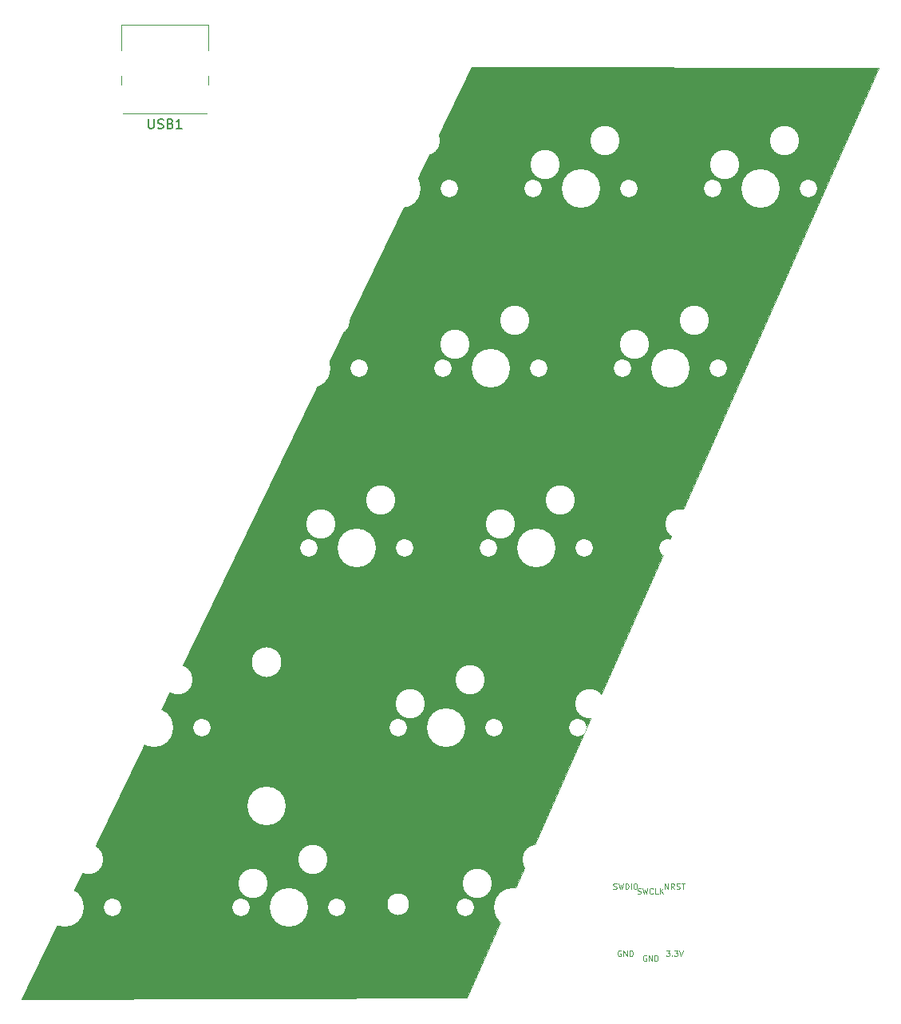
<source format=gbr>
%TF.GenerationSoftware,KiCad,Pcbnew,(5.1.4)-1*%
%TF.CreationDate,2020-06-18T19:46:46-04:00*%
%TF.ProjectId,sixtyfive,73697874-7966-4697-9665-2e6b69636164,rev?*%
%TF.SameCoordinates,Original*%
%TF.FileFunction,Legend,Top*%
%TF.FilePolarity,Positive*%
%FSLAX46Y46*%
G04 Gerber Fmt 4.6, Leading zero omitted, Abs format (unit mm)*
G04 Created by KiCad (PCBNEW (5.1.4)-1) date 2020-06-18 19:46:46*
%MOMM*%
%LPD*%
G04 APERTURE LIST*
%ADD10C,0.100000*%
%ADD11C,0.110000*%
%ADD12C,0.120000*%
%ADD13C,0.150000*%
%ADD14C,0.010000*%
%ADD15C,2.082800*%
%ADD16C,3.100000*%
%ADD17C,4.087800*%
%ADD18C,1.850000*%
%ADD19C,3.148000*%
%ADD20C,2.300000*%
%ADD21O,1.000000X1.800000*%
%ADD22O,1.000000X2.500000*%
%ADD23C,0.800000*%
%ADD24R,1.800000X1.800000*%
%ADD25O,1.800000X1.800000*%
G04 APERTURE END LIST*
D10*
G36*
X365379000Y-238125000D02*
G01*
X321691000Y-336677000D01*
X274447000Y-336804000D01*
X322199000Y-237998000D01*
X365379000Y-238125000D01*
G37*
X365379000Y-238125000D02*
X321691000Y-336677000D01*
X274447000Y-336804000D01*
X322199000Y-237998000D01*
X365379000Y-238125000D01*
D11*
X340664857Y-332186000D02*
X340607714Y-332157428D01*
X340522000Y-332157428D01*
X340436285Y-332186000D01*
X340379142Y-332243142D01*
X340350571Y-332300285D01*
X340322000Y-332414571D01*
X340322000Y-332500285D01*
X340350571Y-332614571D01*
X340379142Y-332671714D01*
X340436285Y-332728857D01*
X340522000Y-332757428D01*
X340579142Y-332757428D01*
X340664857Y-332728857D01*
X340693428Y-332700285D01*
X340693428Y-332500285D01*
X340579142Y-332500285D01*
X340950571Y-332757428D02*
X340950571Y-332157428D01*
X341293428Y-332757428D01*
X341293428Y-332157428D01*
X341579142Y-332757428D02*
X341579142Y-332157428D01*
X341722000Y-332157428D01*
X341807714Y-332186000D01*
X341864857Y-332243142D01*
X341893428Y-332300285D01*
X341922000Y-332414571D01*
X341922000Y-332500285D01*
X341893428Y-332614571D01*
X341864857Y-332671714D01*
X341807714Y-332728857D01*
X341722000Y-332757428D01*
X341579142Y-332757428D01*
X342776285Y-331649428D02*
X343147714Y-331649428D01*
X342947714Y-331878000D01*
X343033428Y-331878000D01*
X343090571Y-331906571D01*
X343119142Y-331935142D01*
X343147714Y-331992285D01*
X343147714Y-332135142D01*
X343119142Y-332192285D01*
X343090571Y-332220857D01*
X343033428Y-332249428D01*
X342862000Y-332249428D01*
X342804857Y-332220857D01*
X342776285Y-332192285D01*
X343404857Y-332192285D02*
X343433428Y-332220857D01*
X343404857Y-332249428D01*
X343376285Y-332220857D01*
X343404857Y-332192285D01*
X343404857Y-332249428D01*
X343633428Y-331649428D02*
X344004857Y-331649428D01*
X343804857Y-331878000D01*
X343890571Y-331878000D01*
X343947714Y-331906571D01*
X343976285Y-331935142D01*
X344004857Y-331992285D01*
X344004857Y-332135142D01*
X343976285Y-332192285D01*
X343947714Y-332220857D01*
X343890571Y-332249428D01*
X343719142Y-332249428D01*
X343662000Y-332220857D01*
X343633428Y-332192285D01*
X344176285Y-331649428D02*
X344376285Y-332249428D01*
X344576285Y-331649428D01*
X342676285Y-325137428D02*
X342676285Y-324537428D01*
X343019142Y-325137428D01*
X343019142Y-324537428D01*
X343647714Y-325137428D02*
X343447714Y-324851714D01*
X343304857Y-325137428D02*
X343304857Y-324537428D01*
X343533428Y-324537428D01*
X343590571Y-324566000D01*
X343619142Y-324594571D01*
X343647714Y-324651714D01*
X343647714Y-324737428D01*
X343619142Y-324794571D01*
X343590571Y-324823142D01*
X343533428Y-324851714D01*
X343304857Y-324851714D01*
X343876285Y-325108857D02*
X343962000Y-325137428D01*
X344104857Y-325137428D01*
X344162000Y-325108857D01*
X344190571Y-325080285D01*
X344219142Y-325023142D01*
X344219142Y-324966000D01*
X344190571Y-324908857D01*
X344162000Y-324880285D01*
X344104857Y-324851714D01*
X343990571Y-324823142D01*
X343933428Y-324794571D01*
X343904857Y-324766000D01*
X343876285Y-324708857D01*
X343876285Y-324651714D01*
X343904857Y-324594571D01*
X343933428Y-324566000D01*
X343990571Y-324537428D01*
X344133428Y-324537428D01*
X344219142Y-324566000D01*
X344390571Y-324537428D02*
X344733428Y-324537428D01*
X344562000Y-325137428D02*
X344562000Y-324537428D01*
X339764857Y-325616857D02*
X339850571Y-325645428D01*
X339993428Y-325645428D01*
X340050571Y-325616857D01*
X340079142Y-325588285D01*
X340107714Y-325531142D01*
X340107714Y-325474000D01*
X340079142Y-325416857D01*
X340050571Y-325388285D01*
X339993428Y-325359714D01*
X339879142Y-325331142D01*
X339822000Y-325302571D01*
X339793428Y-325274000D01*
X339764857Y-325216857D01*
X339764857Y-325159714D01*
X339793428Y-325102571D01*
X339822000Y-325074000D01*
X339879142Y-325045428D01*
X340022000Y-325045428D01*
X340107714Y-325074000D01*
X340307714Y-325045428D02*
X340450571Y-325645428D01*
X340564857Y-325216857D01*
X340679142Y-325645428D01*
X340822000Y-325045428D01*
X341393428Y-325588285D02*
X341364857Y-325616857D01*
X341279142Y-325645428D01*
X341222000Y-325645428D01*
X341136285Y-325616857D01*
X341079142Y-325559714D01*
X341050571Y-325502571D01*
X341022000Y-325388285D01*
X341022000Y-325302571D01*
X341050571Y-325188285D01*
X341079142Y-325131142D01*
X341136285Y-325074000D01*
X341222000Y-325045428D01*
X341279142Y-325045428D01*
X341364857Y-325074000D01*
X341393428Y-325102571D01*
X341936285Y-325645428D02*
X341650571Y-325645428D01*
X341650571Y-325045428D01*
X342136285Y-325645428D02*
X342136285Y-325045428D01*
X342479142Y-325645428D02*
X342222000Y-325302571D01*
X342479142Y-325045428D02*
X342136285Y-325388285D01*
X337183571Y-325108857D02*
X337269285Y-325137428D01*
X337412142Y-325137428D01*
X337469285Y-325108857D01*
X337497857Y-325080285D01*
X337526428Y-325023142D01*
X337526428Y-324966000D01*
X337497857Y-324908857D01*
X337469285Y-324880285D01*
X337412142Y-324851714D01*
X337297857Y-324823142D01*
X337240714Y-324794571D01*
X337212142Y-324766000D01*
X337183571Y-324708857D01*
X337183571Y-324651714D01*
X337212142Y-324594571D01*
X337240714Y-324566000D01*
X337297857Y-324537428D01*
X337440714Y-324537428D01*
X337526428Y-324566000D01*
X337726428Y-324537428D02*
X337869285Y-325137428D01*
X337983571Y-324708857D01*
X338097857Y-325137428D01*
X338240714Y-324537428D01*
X338469285Y-325137428D02*
X338469285Y-324537428D01*
X338612142Y-324537428D01*
X338697857Y-324566000D01*
X338755000Y-324623142D01*
X338783571Y-324680285D01*
X338812142Y-324794571D01*
X338812142Y-324880285D01*
X338783571Y-324994571D01*
X338755000Y-325051714D01*
X338697857Y-325108857D01*
X338612142Y-325137428D01*
X338469285Y-325137428D01*
X339069285Y-325137428D02*
X339069285Y-324537428D01*
X339469285Y-324537428D02*
X339583571Y-324537428D01*
X339640714Y-324566000D01*
X339697857Y-324623142D01*
X339726428Y-324737428D01*
X339726428Y-324937428D01*
X339697857Y-325051714D01*
X339640714Y-325108857D01*
X339583571Y-325137428D01*
X339469285Y-325137428D01*
X339412142Y-325108857D01*
X339355000Y-325051714D01*
X339326428Y-324937428D01*
X339326428Y-324737428D01*
X339355000Y-324623142D01*
X339412142Y-324566000D01*
X339469285Y-324537428D01*
X337997857Y-331678000D02*
X337940714Y-331649428D01*
X337855000Y-331649428D01*
X337769285Y-331678000D01*
X337712142Y-331735142D01*
X337683571Y-331792285D01*
X337655000Y-331906571D01*
X337655000Y-331992285D01*
X337683571Y-332106571D01*
X337712142Y-332163714D01*
X337769285Y-332220857D01*
X337855000Y-332249428D01*
X337912142Y-332249428D01*
X337997857Y-332220857D01*
X338026428Y-332192285D01*
X338026428Y-331992285D01*
X337912142Y-331992285D01*
X338283571Y-332249428D02*
X338283571Y-331649428D01*
X338626428Y-332249428D01*
X338626428Y-331649428D01*
X338912142Y-332249428D02*
X338912142Y-331649428D01*
X339055000Y-331649428D01*
X339140714Y-331678000D01*
X339197857Y-331735142D01*
X339226428Y-331792285D01*
X339255000Y-331906571D01*
X339255000Y-331992285D01*
X339226428Y-332106571D01*
X339197857Y-332163714D01*
X339140714Y-332220857D01*
X339055000Y-332249428D01*
X338912142Y-332249428D01*
D12*
%TO.C,USB1*%
X294199000Y-233539000D02*
X285009000Y-233539000D01*
X294079000Y-242949000D02*
X285129000Y-242949000D01*
X285009000Y-236269000D02*
X285009000Y-233539000D01*
X294199000Y-236269000D02*
X294199000Y-233539000D01*
X285009000Y-239869000D02*
X285009000Y-238969000D01*
X294199000Y-239869000D02*
X294199000Y-238969000D01*
%TO.C,*%
D13*
%TO.C,USB1*%
X287865904Y-243521380D02*
X287865904Y-244330904D01*
X287913523Y-244426142D01*
X287961142Y-244473761D01*
X288056380Y-244521380D01*
X288246857Y-244521380D01*
X288342095Y-244473761D01*
X288389714Y-244426142D01*
X288437333Y-244330904D01*
X288437333Y-243521380D01*
X288865904Y-244473761D02*
X289008761Y-244521380D01*
X289246857Y-244521380D01*
X289342095Y-244473761D01*
X289389714Y-244426142D01*
X289437333Y-244330904D01*
X289437333Y-244235666D01*
X289389714Y-244140428D01*
X289342095Y-244092809D01*
X289246857Y-244045190D01*
X289056380Y-243997571D01*
X288961142Y-243949952D01*
X288913523Y-243902333D01*
X288865904Y-243807095D01*
X288865904Y-243711857D01*
X288913523Y-243616619D01*
X288961142Y-243569000D01*
X289056380Y-243521380D01*
X289294476Y-243521380D01*
X289437333Y-243569000D01*
X290199238Y-243997571D02*
X290342095Y-244045190D01*
X290389714Y-244092809D01*
X290437333Y-244188047D01*
X290437333Y-244330904D01*
X290389714Y-244426142D01*
X290342095Y-244473761D01*
X290246857Y-244521380D01*
X289865904Y-244521380D01*
X289865904Y-243521380D01*
X290199238Y-243521380D01*
X290294476Y-243569000D01*
X290342095Y-243616619D01*
X290389714Y-243711857D01*
X290389714Y-243807095D01*
X290342095Y-243902333D01*
X290294476Y-243949952D01*
X290199238Y-243997571D01*
X289865904Y-243997571D01*
X291389714Y-244521380D02*
X290818285Y-244521380D01*
X291104000Y-244521380D02*
X291104000Y-243521380D01*
X291008761Y-243664238D01*
X290913523Y-243759476D01*
X290818285Y-243807095D01*
%TD*%
%LPC*%
D14*
%TO.C,G\002A\002A\002A*%
G36*
X565911988Y-244601988D02*
G01*
X567519208Y-246210880D01*
X565361560Y-248369773D01*
X563203912Y-250528667D01*
X567519762Y-254847007D01*
X565932884Y-256433884D01*
X564346007Y-258020762D01*
X560027667Y-253704912D01*
X557889222Y-255842122D01*
X557394900Y-256335011D01*
X556938592Y-256787786D01*
X556534030Y-257186995D01*
X556194941Y-257519182D01*
X555935056Y-257770895D01*
X555768105Y-257928680D01*
X555708220Y-257979333D01*
X555639482Y-257921862D01*
X555467475Y-257759879D01*
X555208245Y-257509027D01*
X554877839Y-257184949D01*
X554492303Y-256803290D01*
X554079093Y-256391115D01*
X552492525Y-254802896D01*
X554651441Y-252645226D01*
X556810357Y-250487555D01*
X554651227Y-248327227D01*
X552492097Y-246166898D01*
X554080433Y-244580212D01*
X555668770Y-242993525D01*
X557826441Y-245152441D01*
X559984111Y-247311357D01*
X562144440Y-245152227D01*
X564304768Y-242993097D01*
X565911988Y-244601988D01*
X565911988Y-244601988D01*
G37*
X565911988Y-244601988D02*
X567519208Y-246210880D01*
X565361560Y-248369773D01*
X563203912Y-250528667D01*
X567519762Y-254847007D01*
X565932884Y-256433884D01*
X564346007Y-258020762D01*
X560027667Y-253704912D01*
X557889222Y-255842122D01*
X557394900Y-256335011D01*
X556938592Y-256787786D01*
X556534030Y-257186995D01*
X556194941Y-257519182D01*
X555935056Y-257770895D01*
X555768105Y-257928680D01*
X555708220Y-257979333D01*
X555639482Y-257921862D01*
X555467475Y-257759879D01*
X555208245Y-257509027D01*
X554877839Y-257184949D01*
X554492303Y-256803290D01*
X554079093Y-256391115D01*
X552492525Y-254802896D01*
X554651441Y-252645226D01*
X556810357Y-250487555D01*
X554651227Y-248327227D01*
X552492097Y-246166898D01*
X554080433Y-244580212D01*
X555668770Y-242993525D01*
X557826441Y-245152441D01*
X559984111Y-247311357D01*
X562144440Y-245152227D01*
X564304768Y-242993097D01*
X565911988Y-244601988D01*
%TD*%
D15*
%TO.C,J2*%
X338562950Y-327107550D03*
X338562950Y-329647550D03*
X341102950Y-327361550D03*
X341102950Y-329901550D03*
X343642950Y-327107550D03*
X343642950Y-329647550D03*
%TD*%
D16*
%TO.C,MX60*%
X400558000Y-322027550D03*
D17*
X398018000Y-327107550D03*
D16*
X394208000Y-324567550D03*
D18*
X392938000Y-327107550D03*
X403098000Y-327107550D03*
D19*
X448017900Y-334092550D03*
X348018100Y-334092550D03*
D17*
X448017900Y-318852550D03*
X348018100Y-318852550D03*
%TD*%
D20*
%TO.C,M2*%
X290620450Y-295484550D03*
%TD*%
%TO.C,M2*%
X557510950Y-314915550D03*
%TD*%
%TO.C,M2*%
X314369450Y-326726550D03*
%TD*%
%TO.C,M2*%
X457625450Y-326726550D03*
%TD*%
%TO.C,M2*%
X548366950Y-279482550D03*
%TD*%
%TO.C,M2*%
X516616950Y-241382550D03*
%TD*%
%TO.C,M2*%
X306431950Y-241382550D03*
%TD*%
D17*
%TO.C,MX67*%
X376631200Y-318852550D03*
X352755200Y-318852550D03*
D19*
X376631200Y-334092550D03*
X352755200Y-334092550D03*
D18*
X359613200Y-327107550D03*
X369773200Y-327107550D03*
D16*
X368503200Y-329647550D03*
D17*
X364693200Y-327107550D03*
D16*
X362153200Y-332187550D03*
%TD*%
D18*
%TO.C,MX58*%
X307860700Y-327107550D03*
X297700700Y-327107550D03*
D16*
X298970700Y-324567550D03*
D17*
X302780700Y-327107550D03*
D16*
X305320700Y-322027550D03*
%TD*%
D18*
%TO.C,MX57*%
X284048200Y-327107550D03*
X273888200Y-327107550D03*
D16*
X275158200Y-324567550D03*
D17*
X278968200Y-327107550D03*
D16*
X281508200Y-322027550D03*
%TD*%
D17*
%TO.C,MX68*%
X448068700Y-318852550D03*
X424192700Y-318852550D03*
D19*
X448068700Y-334092550D03*
X424192700Y-334092550D03*
D18*
X431050700Y-327107550D03*
X441210700Y-327107550D03*
D16*
X439940700Y-329647550D03*
D17*
X436130700Y-327107550D03*
D16*
X433590700Y-332187550D03*
%TD*%
D18*
%TO.C,MX52*%
X476929450Y-308057550D03*
X466769450Y-308057550D03*
D16*
X468039450Y-305517550D03*
D17*
X471849450Y-308057550D03*
D16*
X474389450Y-302977550D03*
%TD*%
D18*
%TO.C,MX63*%
X529316950Y-327107550D03*
X519156950Y-327107550D03*
D16*
X520426950Y-324567550D03*
D17*
X524236950Y-327107550D03*
D16*
X526776950Y-322027550D03*
%TD*%
D18*
%TO.C,MX65*%
X567416950Y-327107550D03*
X557256950Y-327107550D03*
D16*
X558526950Y-324567550D03*
D17*
X562336950Y-327107550D03*
D16*
X564876950Y-322027550D03*
%TD*%
D18*
%TO.C,MX54*%
X522173200Y-308057550D03*
X512013200Y-308057550D03*
D16*
X513283200Y-305517550D03*
D17*
X517093200Y-308057550D03*
D16*
X519633200Y-302977550D03*
%TD*%
D18*
%TO.C,MX8*%
X415016950Y-250907550D03*
X404856950Y-250907550D03*
D16*
X406126950Y-248367550D03*
D17*
X409936950Y-250907550D03*
D16*
X412476950Y-245827550D03*
%TD*%
D18*
%TO.C,MX15*%
X286429450Y-269957550D03*
X276269450Y-269957550D03*
D16*
X277539450Y-267417550D03*
D17*
X281349450Y-269957550D03*
D16*
X283889450Y-264877550D03*
%TD*%
D18*
%TO.C,MX69*%
X397713200Y-327107550D03*
X407873200Y-327107550D03*
D16*
X406603200Y-329647550D03*
D17*
X402793200Y-327107550D03*
D16*
X400253200Y-332187550D03*
%TD*%
D21*
%TO.C,USB1*%
X285279000Y-237909000D03*
X293929000Y-237909000D03*
D22*
X285279000Y-241289000D03*
X293929000Y-241289000D03*
D23*
X289179000Y-240919000D03*
X286629000Y-240919000D03*
X287479000Y-240919000D03*
X288329000Y-240919000D03*
X292579000Y-240919000D03*
X290879000Y-240919000D03*
X290029000Y-240919000D03*
X291729000Y-240919000D03*
X286629000Y-242269000D03*
X287479000Y-242269000D03*
X288329000Y-242269000D03*
X289179000Y-242269000D03*
X290029000Y-242269000D03*
X290879000Y-242269000D03*
X291729000Y-242269000D03*
X292579000Y-242269000D03*
%TD*%
D18*
%TO.C,MX66*%
X567416950Y-289007550D03*
X557256950Y-289007550D03*
D16*
X558526950Y-286467550D03*
D17*
X562336950Y-289007550D03*
D16*
X564876950Y-283927550D03*
%TD*%
D18*
%TO.C,MX64*%
X548366950Y-327107550D03*
X538206950Y-327107550D03*
D16*
X539476950Y-324567550D03*
D17*
X543286950Y-327107550D03*
D16*
X545826950Y-322027550D03*
%TD*%
D18*
%TO.C,MX62*%
X498360700Y-327107550D03*
X488200700Y-327107550D03*
D16*
X489470700Y-324567550D03*
D17*
X493280700Y-327107550D03*
D16*
X495820700Y-322027550D03*
%TD*%
D18*
%TO.C,MX61*%
X474548200Y-327107550D03*
X464388200Y-327107550D03*
D16*
X465658200Y-324567550D03*
D17*
X469468200Y-327107550D03*
D16*
X472008200Y-322027550D03*
%TD*%
D18*
%TO.C,MX59*%
X331673200Y-327107550D03*
X321513200Y-327107550D03*
D16*
X322783200Y-324567550D03*
D17*
X326593200Y-327107550D03*
D16*
X329133200Y-322027550D03*
%TD*%
D18*
%TO.C,MX56*%
X567416950Y-308057550D03*
X557256950Y-308057550D03*
D16*
X558526950Y-305517550D03*
D17*
X562336950Y-308057550D03*
D16*
X564876950Y-302977550D03*
%TD*%
D18*
%TO.C,MX55*%
X548366950Y-308057550D03*
X538206950Y-308057550D03*
D16*
X539476950Y-305517550D03*
D17*
X543286950Y-308057550D03*
D16*
X545826950Y-302977550D03*
%TD*%
D18*
%TO.C,MX53*%
X495979450Y-308057550D03*
X485819450Y-308057550D03*
D16*
X487089450Y-305517550D03*
D17*
X490899450Y-308057550D03*
D16*
X493439450Y-302977550D03*
%TD*%
D18*
%TO.C,MX51*%
X457879450Y-308057550D03*
X447719450Y-308057550D03*
D16*
X448989450Y-305517550D03*
D17*
X452799450Y-308057550D03*
D16*
X455339450Y-302977550D03*
%TD*%
D18*
%TO.C,MX50*%
X438829450Y-308057550D03*
X428669450Y-308057550D03*
D16*
X429939450Y-305517550D03*
D17*
X433749450Y-308057550D03*
D16*
X436289450Y-302977550D03*
%TD*%
D18*
%TO.C,MX49*%
X419779450Y-308057550D03*
X409619450Y-308057550D03*
D16*
X410889450Y-305517550D03*
D17*
X414699450Y-308057550D03*
D16*
X417239450Y-302977550D03*
%TD*%
D18*
%TO.C,MX48*%
X400729450Y-308057550D03*
X390569450Y-308057550D03*
D16*
X391839450Y-305517550D03*
D17*
X395649450Y-308057550D03*
D16*
X398189450Y-302977550D03*
%TD*%
D18*
%TO.C,MX47*%
X381679450Y-308057550D03*
X371519450Y-308057550D03*
D16*
X372789450Y-305517550D03*
D17*
X376599450Y-308057550D03*
D16*
X379139450Y-302977550D03*
%TD*%
D18*
%TO.C,MX46*%
X362629450Y-308057550D03*
X352469450Y-308057550D03*
D16*
X353739450Y-305517550D03*
D17*
X357549450Y-308057550D03*
D16*
X360089450Y-302977550D03*
%TD*%
D18*
%TO.C,MX45*%
X343579450Y-308057550D03*
X333419450Y-308057550D03*
D16*
X334689450Y-305517550D03*
D17*
X338499450Y-308057550D03*
D16*
X341039450Y-302977550D03*
%TD*%
D18*
%TO.C,MX44*%
X324529450Y-308057550D03*
X314369450Y-308057550D03*
D16*
X315639450Y-305517550D03*
D17*
X319449450Y-308057550D03*
D16*
X321989450Y-302977550D03*
%TD*%
D17*
%TO.C,MX43*%
X276555200Y-316312550D03*
X300431200Y-316312550D03*
D19*
X276555200Y-301072550D03*
X300431200Y-301072550D03*
D18*
X293573200Y-308057550D03*
X283413200Y-308057550D03*
D16*
X284683200Y-305517550D03*
D17*
X288493200Y-308057550D03*
D16*
X291033200Y-302977550D03*
%TD*%
D18*
%TO.C,MX42*%
X567416950Y-269957550D03*
X557256950Y-269957550D03*
D16*
X558526950Y-267417550D03*
D17*
X562336950Y-269957550D03*
D16*
X564876950Y-264877550D03*
%TD*%
D17*
%TO.C,MX41*%
X519526450Y-297262550D03*
X543402450Y-297262550D03*
D19*
X519526450Y-282022550D03*
X543402450Y-282022550D03*
D18*
X536544450Y-289007550D03*
X526384450Y-289007550D03*
D16*
X527654450Y-286467550D03*
D17*
X531464450Y-289007550D03*
D16*
X534004450Y-283927550D03*
%TD*%
D18*
%TO.C,MX40*%
X505504450Y-289007550D03*
X495344450Y-289007550D03*
D16*
X496614450Y-286467550D03*
D17*
X500424450Y-289007550D03*
D16*
X502964450Y-283927550D03*
%TD*%
D18*
%TO.C,MX39*%
X486454450Y-289007550D03*
X476294450Y-289007550D03*
D16*
X477564450Y-286467550D03*
D17*
X481374450Y-289007550D03*
D16*
X483914450Y-283927550D03*
%TD*%
D18*
%TO.C,MX38*%
X467404450Y-289007550D03*
X457244450Y-289007550D03*
D16*
X458514450Y-286467550D03*
D17*
X462324450Y-289007550D03*
D16*
X464864450Y-283927550D03*
%TD*%
D18*
%TO.C,MX37*%
X448354450Y-289007550D03*
X438194450Y-289007550D03*
D16*
X439464450Y-286467550D03*
D17*
X443274450Y-289007550D03*
D16*
X445814450Y-283927550D03*
%TD*%
D18*
%TO.C,MX36*%
X429304450Y-289007550D03*
X419144450Y-289007550D03*
D16*
X420414450Y-286467550D03*
D17*
X424224450Y-289007550D03*
D16*
X426764450Y-283927550D03*
%TD*%
D18*
%TO.C,MX35*%
X410254450Y-289007550D03*
X400094450Y-289007550D03*
D16*
X401364450Y-286467550D03*
D17*
X405174450Y-289007550D03*
D16*
X407714450Y-283927550D03*
%TD*%
D18*
%TO.C,MX34*%
X391204450Y-289007550D03*
X381044450Y-289007550D03*
D16*
X382314450Y-286467550D03*
D17*
X386124450Y-289007550D03*
D16*
X388664450Y-283927550D03*
%TD*%
D18*
%TO.C,MX33*%
X372154450Y-289007550D03*
X361994450Y-289007550D03*
D16*
X363264450Y-286467550D03*
D17*
X367074450Y-289007550D03*
D16*
X369614450Y-283927550D03*
%TD*%
D18*
%TO.C,MX32*%
X353104450Y-289007550D03*
X342944450Y-289007550D03*
D16*
X344214450Y-286467550D03*
D17*
X348024450Y-289007550D03*
D16*
X350564450Y-283927550D03*
%TD*%
D18*
%TO.C,MX31*%
X334054450Y-289007550D03*
X323894450Y-289007550D03*
D16*
X325164450Y-286467550D03*
D17*
X328974450Y-289007550D03*
D16*
X331514450Y-283927550D03*
%TD*%
D18*
%TO.C,MX30*%
X315004450Y-289007550D03*
X304844450Y-289007550D03*
D16*
X306114450Y-286467550D03*
D17*
X309924450Y-289007550D03*
D16*
X312464450Y-283927550D03*
%TD*%
D18*
%TO.C,MX29*%
X288810700Y-289007550D03*
X278650700Y-289007550D03*
D16*
X279920700Y-286467550D03*
D17*
X283730700Y-289007550D03*
D16*
X286270700Y-283927550D03*
%TD*%
D18*
%TO.C,MX28*%
X543604450Y-269957550D03*
X533444450Y-269957550D03*
D16*
X534714450Y-267417550D03*
D17*
X538524450Y-269957550D03*
D16*
X541064450Y-264877550D03*
%TD*%
D18*
%TO.C,MX27*%
X519791950Y-269957550D03*
X509631950Y-269957550D03*
D16*
X510901950Y-267417550D03*
D17*
X514711950Y-269957550D03*
D16*
X517251950Y-264877550D03*
%TD*%
D18*
%TO.C,MX26*%
X500741950Y-269957550D03*
X490581950Y-269957550D03*
D16*
X491851950Y-267417550D03*
D17*
X495661950Y-269957550D03*
D16*
X498201950Y-264877550D03*
%TD*%
D18*
%TO.C,MX25*%
X481691950Y-269957550D03*
X471531950Y-269957550D03*
D16*
X472801950Y-267417550D03*
D17*
X476611950Y-269957550D03*
D16*
X479151950Y-264877550D03*
%TD*%
D18*
%TO.C,MX24*%
X462641950Y-269957550D03*
X452481950Y-269957550D03*
D16*
X453751950Y-267417550D03*
D17*
X457561950Y-269957550D03*
D16*
X460101950Y-264877550D03*
%TD*%
D18*
%TO.C,MX23*%
X443591950Y-269957550D03*
X433431950Y-269957550D03*
D16*
X434701950Y-267417550D03*
D17*
X438511950Y-269957550D03*
D16*
X441051950Y-264877550D03*
%TD*%
D18*
%TO.C,MX22*%
X424541950Y-269957550D03*
X414381950Y-269957550D03*
D16*
X415651950Y-267417550D03*
D17*
X419461950Y-269957550D03*
D16*
X422001950Y-264877550D03*
%TD*%
D18*
%TO.C,MX21*%
X405491950Y-269957550D03*
X395331950Y-269957550D03*
D16*
X396601950Y-267417550D03*
D17*
X400411950Y-269957550D03*
D16*
X402951950Y-264877550D03*
%TD*%
D18*
%TO.C,MX20*%
X386441950Y-269957550D03*
X376281950Y-269957550D03*
D16*
X377551950Y-267417550D03*
D17*
X381361950Y-269957550D03*
D16*
X383901950Y-264877550D03*
%TD*%
D18*
%TO.C,MX19*%
X367391950Y-269957550D03*
X357231950Y-269957550D03*
D16*
X358501950Y-267417550D03*
D17*
X362311950Y-269957550D03*
D16*
X364851950Y-264877550D03*
%TD*%
D18*
%TO.C,MX18*%
X348341950Y-269957550D03*
X338181950Y-269957550D03*
D16*
X339451950Y-267417550D03*
D17*
X343261950Y-269957550D03*
D16*
X345801950Y-264877550D03*
%TD*%
D18*
%TO.C,MX17*%
X329291950Y-269957550D03*
X319131950Y-269957550D03*
D16*
X320401950Y-267417550D03*
D17*
X324211950Y-269957550D03*
D16*
X326751950Y-264877550D03*
%TD*%
D18*
%TO.C,MX16*%
X310241950Y-269957550D03*
X300081950Y-269957550D03*
D16*
X301351950Y-267417550D03*
D17*
X305161950Y-269957550D03*
D16*
X307701950Y-264877550D03*
%TD*%
D17*
%TO.C,MX14*%
X521823950Y-259162550D03*
X545699950Y-259162550D03*
D19*
X521823950Y-243922550D03*
X545699950Y-243922550D03*
D18*
X538841950Y-250907550D03*
X528681950Y-250907550D03*
D16*
X529951950Y-248367550D03*
D17*
X533761950Y-250907550D03*
D16*
X536301950Y-245827550D03*
%TD*%
D18*
%TO.C,MX13*%
X510266950Y-250907550D03*
X500106950Y-250907550D03*
D16*
X501376950Y-248367550D03*
D17*
X505186950Y-250907550D03*
D16*
X507726950Y-245827550D03*
%TD*%
D18*
%TO.C,MX12*%
X491216950Y-250907550D03*
X481056950Y-250907550D03*
D16*
X482326950Y-248367550D03*
D17*
X486136950Y-250907550D03*
D16*
X488676950Y-245827550D03*
%TD*%
D18*
%TO.C,MX11*%
X472166950Y-250907550D03*
X462006950Y-250907550D03*
D16*
X463276950Y-248367550D03*
D17*
X467086950Y-250907550D03*
D16*
X469626950Y-245827550D03*
%TD*%
D18*
%TO.C,MX10*%
X453116950Y-250907550D03*
X442956950Y-250907550D03*
D16*
X444226950Y-248367550D03*
D17*
X448036950Y-250907550D03*
D16*
X450576950Y-245827550D03*
%TD*%
D18*
%TO.C,MX9*%
X434066950Y-250907550D03*
X423906950Y-250907550D03*
D16*
X425176950Y-248367550D03*
D17*
X428986950Y-250907550D03*
D16*
X431526950Y-245827550D03*
%TD*%
D18*
%TO.C,MX7*%
X395966950Y-250907550D03*
X385806950Y-250907550D03*
D16*
X387076950Y-248367550D03*
D17*
X390886950Y-250907550D03*
D16*
X393426950Y-245827550D03*
%TD*%
D18*
%TO.C,MX6*%
X376916950Y-250907550D03*
X366756950Y-250907550D03*
D16*
X368026950Y-248367550D03*
D17*
X371836950Y-250907550D03*
D16*
X374376950Y-245827550D03*
%TD*%
D18*
%TO.C,MX5*%
X357866950Y-250907550D03*
X347706950Y-250907550D03*
D16*
X348976950Y-248367550D03*
D17*
X352786950Y-250907550D03*
D16*
X355326950Y-245827550D03*
%TD*%
D18*
%TO.C,MX4*%
X338816950Y-250907550D03*
X328656950Y-250907550D03*
D16*
X329926950Y-248367550D03*
D17*
X333736950Y-250907550D03*
D16*
X336276950Y-245827550D03*
%TD*%
D18*
%TO.C,MX3*%
X319766950Y-250907550D03*
X309606950Y-250907550D03*
D16*
X310876950Y-248367550D03*
D17*
X314686950Y-250907550D03*
D16*
X317226950Y-245827550D03*
%TD*%
D18*
%TO.C,MX2*%
X300716950Y-250907550D03*
X290556950Y-250907550D03*
D16*
X291826950Y-248367550D03*
D17*
X295636950Y-250907550D03*
D16*
X298176950Y-245827550D03*
%TD*%
D18*
%TO.C,MX1*%
X281666950Y-250907550D03*
X271506950Y-250907550D03*
D16*
X272776950Y-248367550D03*
D17*
X276586950Y-250907550D03*
D16*
X279126950Y-245827550D03*
%TD*%
D24*
%TO.C,J1*%
X268649450Y-262020050D03*
D25*
X268649450Y-264560050D03*
X268649450Y-267100050D03*
X268649450Y-269640050D03*
X268649450Y-272180050D03*
X268649450Y-274720050D03*
X268649450Y-277260050D03*
X268649450Y-279800050D03*
X268649450Y-282340050D03*
X268649450Y-284880050D03*
X268649450Y-287420050D03*
X268649450Y-289960050D03*
%TD*%
M02*

</source>
